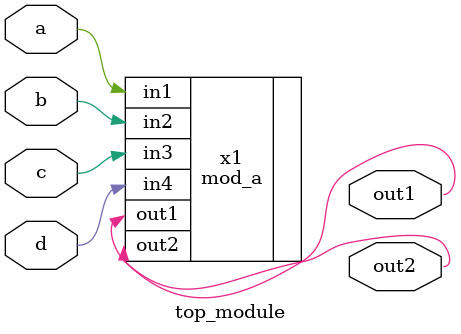
<source format=v>
module top_module ( 
    input a, 
    input b, 
    input c,
    input d,
    output out1,
    output out2
);
    mod_a x1(.in1(a), .in2(b), .in3(c), .in4(d), .out1(out1), .out2(out2));

endmodule
</source>
